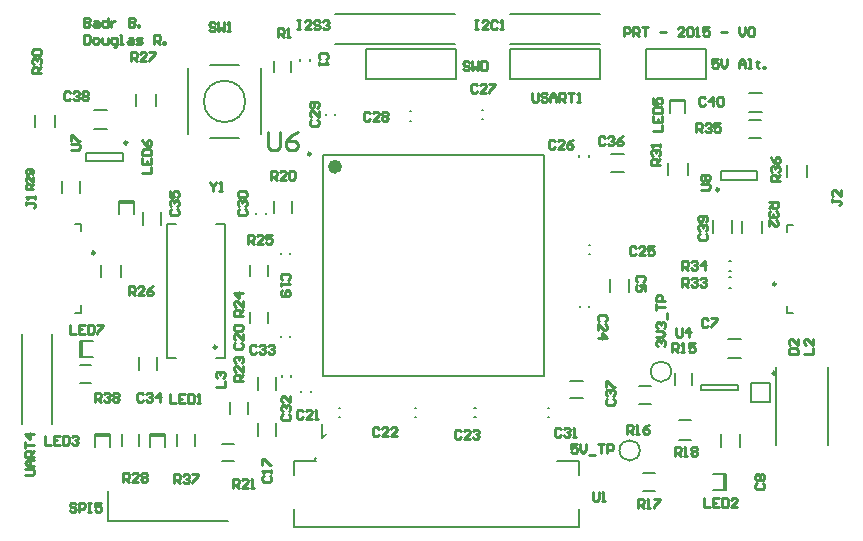
<source format=gto>
G04 Layer_Color=65535*
%FSLAX44Y44*%
%MOMM*%
G71*
G01*
G75*
%ADD35C,0.2540*%
%ADD64C,0.1270*%
%ADD65C,0.2500*%
%ADD66C,0.6000*%
%ADD67C,0.2000*%
%ADD68C,0.1524*%
%ADD69R,0.2040X1.3000*%
%ADD70R,1.3000X0.2040*%
G36*
X756444Y623236D02*
X756464Y623255D01*
X756540Y623332D01*
X756675Y623428D01*
X756848Y623562D01*
X757059Y623735D01*
X757309Y623908D01*
X757597Y624119D01*
X757923Y624311D01*
X757942D01*
X757961Y624330D01*
X758077Y624407D01*
X758249Y624503D01*
X758461Y624618D01*
X758710Y624753D01*
X758979Y624868D01*
X759267Y625003D01*
X759536Y625118D01*
Y623601D01*
X759517D01*
X759478Y623582D01*
X759402Y623543D01*
X759325Y623486D01*
X759210Y623428D01*
X759075Y623370D01*
X758768Y623198D01*
X758422Y622986D01*
X758038Y622737D01*
X757654Y622449D01*
X757289Y622141D01*
X757270Y622122D01*
X757251Y622103D01*
X757136Y621988D01*
X756963Y621815D01*
X756752Y621604D01*
X756521Y621335D01*
X756291Y621047D01*
X756080Y620740D01*
X755907Y620432D01*
X754889D01*
Y633106D01*
X756444D01*
Y623236D01*
D02*
G37*
D35*
X971828Y615868D02*
X966750D01*
Y612059D01*
X969289Y613328D01*
X970559D01*
X971828Y612059D01*
Y609520D01*
X970559Y608250D01*
X968020D01*
X966750Y609520D01*
X974368Y615868D02*
Y610789D01*
X976907Y608250D01*
X979446Y610789D01*
Y615868D01*
X981985Y606980D02*
X987063D01*
X989603Y615868D02*
X994681D01*
X992142D01*
Y608250D01*
X997220D02*
Y615868D01*
X1001029D01*
X1002299Y614598D01*
Y612059D01*
X1001029Y610789D01*
X997220D01*
X1039652Y698750D02*
X1038382Y700020D01*
Y702559D01*
X1039652Y703828D01*
X1040922D01*
X1042191Y702559D01*
Y701289D01*
Y702559D01*
X1043461Y703828D01*
X1044730D01*
X1046000Y702559D01*
Y700020D01*
X1044730Y698750D01*
X1038382Y706367D02*
X1043461D01*
X1046000Y708907D01*
X1043461Y711446D01*
X1038382D01*
X1039652Y713985D02*
X1038382Y715255D01*
Y717794D01*
X1039652Y719063D01*
X1040922D01*
X1042191Y717794D01*
Y716524D01*
Y717794D01*
X1043461Y719063D01*
X1044730D01*
X1046000Y717794D01*
Y715255D01*
X1044730Y713985D01*
X1047270Y721603D02*
Y726681D01*
X1038382Y729220D02*
Y734298D01*
Y731759D01*
X1046000D01*
Y736838D02*
X1038382D01*
Y740646D01*
X1039652Y741916D01*
X1042191D01*
X1043461Y740646D01*
Y736838D01*
X504383Y590250D02*
X510730D01*
X512000Y591520D01*
Y594059D01*
X510730Y595328D01*
X504383D01*
X512000Y597868D02*
X506922D01*
X504383Y600407D01*
X506922Y602946D01*
X512000D01*
X508191D01*
Y597868D01*
X512000Y605485D02*
X504383D01*
Y609294D01*
X505652Y610563D01*
X508191D01*
X509461Y609294D01*
Y605485D01*
Y608024D02*
X512000Y610563D01*
X504383Y613103D02*
Y618181D01*
Y615642D01*
X512000D01*
Y624529D02*
X504383D01*
X508191Y620720D01*
Y625798D01*
X547078Y565098D02*
X545809Y566367D01*
X543270D01*
X542000Y565098D01*
Y563828D01*
X543270Y562559D01*
X545809D01*
X547078Y561289D01*
Y560020D01*
X545809Y558750D01*
X543270D01*
X542000Y560020D01*
X549618Y558750D02*
Y566367D01*
X553426D01*
X554696Y565098D01*
Y562559D01*
X553426Y561289D01*
X549618D01*
X557235Y566367D02*
X559774D01*
X558505D01*
Y558750D01*
X557235D01*
X559774D01*
X568661Y566367D02*
X563583D01*
Y562559D01*
X566122Y563828D01*
X567392D01*
X568661Y562559D01*
Y560020D01*
X567392Y558750D01*
X564853D01*
X563583Y560020D01*
X734500Y974867D02*
X737039D01*
X735770D01*
Y967250D01*
X734500D01*
X737039D01*
X745926D02*
X740848D01*
X745926Y972328D01*
Y973598D01*
X744657Y974867D01*
X742117D01*
X740848Y973598D01*
X753544D02*
X752274Y974867D01*
X749735D01*
X748465Y973598D01*
Y972328D01*
X749735Y971059D01*
X752274D01*
X753544Y969789D01*
Y968520D01*
X752274Y967250D01*
X749735D01*
X748465Y968520D01*
X756083Y973598D02*
X757353Y974867D01*
X759892D01*
X761161Y973598D01*
Y972328D01*
X759892Y971059D01*
X758622D01*
X759892D01*
X761161Y969789D01*
Y968520D01*
X759892Y967250D01*
X757353D01*
X756083Y968520D01*
X885000Y974867D02*
X887539D01*
X886270D01*
Y967250D01*
X885000D01*
X887539D01*
X896426D02*
X891348D01*
X896426Y972328D01*
Y973598D01*
X895157Y974867D01*
X892617D01*
X891348Y973598D01*
X904044D02*
X902774Y974867D01*
X900235D01*
X898966Y973598D01*
Y968520D01*
X900235Y967250D01*
X902774D01*
X904044Y968520D01*
X906583Y967250D02*
X909122D01*
X907853D01*
Y974867D01*
X906583Y973598D01*
X759098Y941922D02*
X760368Y943191D01*
Y945730D01*
X759098Y947000D01*
X754020D01*
X752750Y945730D01*
Y943191D01*
X754020Y941922D01*
X752750Y939382D02*
Y936843D01*
Y938113D01*
X760368D01*
X759098Y939382D01*
X1027348Y753672D02*
X1028617Y754941D01*
Y757480D01*
X1027348Y758750D01*
X1022270D01*
X1021000Y757480D01*
Y754941D01*
X1022270Y753672D01*
X1028617Y746054D02*
Y751133D01*
X1024809D01*
X1026078Y748593D01*
Y747324D01*
X1024809Y746054D01*
X1022270D01*
X1021000Y747324D01*
Y749863D01*
X1022270Y751133D01*
X1082078Y721348D02*
X1080809Y722617D01*
X1078270D01*
X1077000Y721348D01*
Y716270D01*
X1078270Y715000D01*
X1080809D01*
X1082078Y716270D01*
X1084617Y722617D02*
X1089696D01*
Y721348D01*
X1084617Y716270D01*
Y715000D01*
X1123652Y583078D02*
X1122383Y581809D01*
Y579270D01*
X1123652Y578000D01*
X1128730D01*
X1130000Y579270D01*
Y581809D01*
X1128730Y583078D01*
X1123652Y585617D02*
X1122383Y586887D01*
Y589426D01*
X1123652Y590696D01*
X1124922D01*
X1126191Y589426D01*
X1127461Y590696D01*
X1128730D01*
X1130000Y589426D01*
Y586887D01*
X1128730Y585617D01*
X1127461D01*
X1126191Y586887D01*
X1124922Y585617D01*
X1123652D01*
X1126191Y586887D02*
Y589426D01*
X706402Y589328D02*
X705132Y588059D01*
Y585520D01*
X706402Y584250D01*
X711480D01*
X712750Y585520D01*
Y588059D01*
X711480Y589328D01*
X712750Y591867D02*
Y594407D01*
Y593137D01*
X705132D01*
X706402Y591867D01*
X705132Y598215D02*
Y603294D01*
X706402D01*
X711480Y598215D01*
X712750D01*
X727098Y755422D02*
X728367Y756691D01*
Y759230D01*
X727098Y760500D01*
X722020D01*
X720750Y759230D01*
Y756691D01*
X722020Y755422D01*
X720750Y752883D02*
Y750343D01*
Y751613D01*
X728367D01*
X727098Y752883D01*
X722020Y746535D02*
X720750Y745265D01*
Y742726D01*
X722020Y741456D01*
X727098D01*
X728367Y742726D01*
Y745265D01*
X727098Y746535D01*
X725828D01*
X724559Y745265D01*
Y741456D01*
X682152Y702078D02*
X680882Y700809D01*
Y698270D01*
X682152Y697000D01*
X687230D01*
X688500Y698270D01*
Y700809D01*
X687230Y702078D01*
X688500Y709696D02*
Y704617D01*
X683422Y709696D01*
X682152D01*
X680882Y708426D01*
Y705887D01*
X682152Y704617D01*
Y712235D02*
X680882Y713505D01*
Y716044D01*
X682152Y717313D01*
X687230D01*
X688500Y716044D01*
Y713505D01*
X687230Y712235D01*
X682152D01*
X739328Y643848D02*
X738059Y645117D01*
X735520D01*
X734250Y643848D01*
Y638770D01*
X735520Y637500D01*
X738059D01*
X739328Y638770D01*
X746946Y637500D02*
X741868D01*
X746946Y642578D01*
Y643848D01*
X745676Y645117D01*
X743137D01*
X741868Y643848D01*
X749485Y637500D02*
X752024D01*
X750755D01*
Y645117D01*
X749485Y643848D01*
X803578Y629098D02*
X802309Y630368D01*
X799770D01*
X798500Y629098D01*
Y624020D01*
X799770Y622750D01*
X802309D01*
X803578Y624020D01*
X811196Y622750D02*
X806117D01*
X811196Y627828D01*
Y629098D01*
X809926Y630368D01*
X807387D01*
X806117Y629098D01*
X818813Y622750D02*
X813735D01*
X818813Y627828D01*
Y629098D01*
X817544Y630368D01*
X815005D01*
X813735Y629098D01*
X873078Y627098D02*
X871809Y628368D01*
X869270D01*
X868000Y627098D01*
Y622020D01*
X869270Y620750D01*
X871809D01*
X873078Y622020D01*
X880696Y620750D02*
X875618D01*
X880696Y625828D01*
Y627098D01*
X879426Y628368D01*
X876887D01*
X875618Y627098D01*
X883235D02*
X884505Y628368D01*
X887044D01*
X888313Y627098D01*
Y625828D01*
X887044Y624559D01*
X885774D01*
X887044D01*
X888313Y623289D01*
Y622020D01*
X887044Y620750D01*
X884505D01*
X883235Y622020D01*
X995348Y720172D02*
X996618Y721441D01*
Y723980D01*
X995348Y725250D01*
X990270D01*
X989000Y723980D01*
Y721441D01*
X990270Y720172D01*
X989000Y712554D02*
Y717632D01*
X994078Y712554D01*
X995348D01*
X996618Y713824D01*
Y716363D01*
X995348Y717632D01*
X989000Y706206D02*
X996618D01*
X992809Y710015D01*
Y704937D01*
X1021078Y782348D02*
X1019809Y783617D01*
X1017270D01*
X1016000Y782348D01*
Y777270D01*
X1017270Y776000D01*
X1019809D01*
X1021078Y777270D01*
X1028696Y776000D02*
X1023617D01*
X1028696Y781078D01*
Y782348D01*
X1027426Y783617D01*
X1024887D01*
X1023617Y782348D01*
X1036313Y783617D02*
X1031235D01*
Y779809D01*
X1033774Y781078D01*
X1035044D01*
X1036313Y779809D01*
Y777270D01*
X1035044Y776000D01*
X1032505D01*
X1031235Y777270D01*
X952578Y872598D02*
X951309Y873867D01*
X948770D01*
X947500Y872598D01*
Y867520D01*
X948770Y866250D01*
X951309D01*
X952578Y867520D01*
X960196Y866250D02*
X955117D01*
X960196Y871328D01*
Y872598D01*
X958926Y873867D01*
X956387D01*
X955117Y872598D01*
X967813Y873867D02*
X965274Y872598D01*
X962735Y870059D01*
Y867520D01*
X964005Y866250D01*
X966544D01*
X967813Y867520D01*
Y868789D01*
X966544Y870059D01*
X962735D01*
X887078Y920098D02*
X885809Y921367D01*
X883270D01*
X882000Y920098D01*
Y915020D01*
X883270Y913750D01*
X885809D01*
X887078Y915020D01*
X894696Y913750D02*
X889617D01*
X894696Y918828D01*
Y920098D01*
X893426Y921367D01*
X890887D01*
X889617Y920098D01*
X897235Y921367D02*
X902313D01*
Y920098D01*
X897235Y915020D01*
Y913750D01*
X796078Y896348D02*
X794809Y897617D01*
X792270D01*
X791000Y896348D01*
Y891270D01*
X792270Y890000D01*
X794809D01*
X796078Y891270D01*
X803696Y890000D02*
X798617D01*
X803696Y895078D01*
Y896348D01*
X802426Y897617D01*
X799887D01*
X798617Y896348D01*
X806235D02*
X807505Y897617D01*
X810044D01*
X811313Y896348D01*
Y895078D01*
X810044Y893809D01*
X811313Y892539D01*
Y891270D01*
X810044Y890000D01*
X807505D01*
X806235Y891270D01*
Y892539D01*
X807505Y893809D01*
X806235Y895078D01*
Y896348D01*
X807505Y893809D02*
X810044D01*
X746402Y890578D02*
X745132Y889309D01*
Y886770D01*
X746402Y885500D01*
X751480D01*
X752750Y886770D01*
Y889309D01*
X751480Y890578D01*
X752750Y898196D02*
Y893118D01*
X747672Y898196D01*
X746402D01*
X745132Y896926D01*
Y894387D01*
X746402Y893118D01*
X751480Y900735D02*
X752750Y902005D01*
Y904544D01*
X751480Y905813D01*
X746402D01*
X745132Y904544D01*
Y902005D01*
X746402Y900735D01*
X747672D01*
X748941Y902005D01*
Y905813D01*
X685652Y814828D02*
X684382Y813559D01*
Y811020D01*
X685652Y809750D01*
X690730D01*
X692000Y811020D01*
Y813559D01*
X690730Y814828D01*
X685652Y817367D02*
X684382Y818637D01*
Y821176D01*
X685652Y822446D01*
X686922D01*
X688191Y821176D01*
Y819907D01*
Y821176D01*
X689461Y822446D01*
X690730D01*
X692000Y821176D01*
Y818637D01*
X690730Y817367D01*
X685652Y824985D02*
X684382Y826255D01*
Y828794D01*
X685652Y830063D01*
X690730D01*
X692000Y828794D01*
Y826255D01*
X690730Y824985D01*
X685652D01*
X957828Y628848D02*
X956559Y630117D01*
X954020D01*
X952750Y628848D01*
Y623770D01*
X954020Y622500D01*
X956559D01*
X957828Y623770D01*
X960368Y628848D02*
X961637Y630117D01*
X964176D01*
X965446Y628848D01*
Y627578D01*
X964176Y626309D01*
X962907D01*
X964176D01*
X965446Y625039D01*
Y623770D01*
X964176Y622500D01*
X961637D01*
X960368Y623770D01*
X967985Y622500D02*
X970524D01*
X969255D01*
Y630117D01*
X967985Y628848D01*
X722402Y641578D02*
X721133Y640309D01*
Y637770D01*
X722402Y636500D01*
X727480D01*
X728750Y637770D01*
Y640309D01*
X727480Y641578D01*
X722402Y644118D02*
X721133Y645387D01*
Y647926D01*
X722402Y649196D01*
X723672D01*
X724941Y647926D01*
Y646657D01*
Y647926D01*
X726211Y649196D01*
X727480D01*
X728750Y647926D01*
Y645387D01*
X727480Y644118D01*
X728750Y656813D02*
Y651735D01*
X723672Y656813D01*
X722402D01*
X721133Y655544D01*
Y653005D01*
X722402Y651735D01*
X699828Y698848D02*
X698559Y700117D01*
X696020D01*
X694750Y698848D01*
Y693770D01*
X696020Y692500D01*
X698559D01*
X699828Y693770D01*
X702367Y698848D02*
X703637Y700117D01*
X706176D01*
X707446Y698848D01*
Y697578D01*
X706176Y696309D01*
X704907D01*
X706176D01*
X707446Y695039D01*
Y693770D01*
X706176Y692500D01*
X703637D01*
X702367Y693770D01*
X709985Y698848D02*
X711255Y700117D01*
X713794D01*
X715063Y698848D01*
Y697578D01*
X713794Y696309D01*
X712524D01*
X713794D01*
X715063Y695039D01*
Y693770D01*
X713794Y692500D01*
X711255D01*
X709985Y693770D01*
X604328Y658098D02*
X603059Y659368D01*
X600520D01*
X599250Y658098D01*
Y653020D01*
X600520Y651750D01*
X603059D01*
X604328Y653020D01*
X606867Y658098D02*
X608137Y659368D01*
X610676D01*
X611946Y658098D01*
Y656828D01*
X610676Y655559D01*
X609407D01*
X610676D01*
X611946Y654289D01*
Y653020D01*
X610676Y651750D01*
X608137D01*
X606867Y653020D01*
X618294Y651750D02*
Y659368D01*
X614485Y655559D01*
X619563D01*
X627902Y814828D02*
X626632Y813559D01*
Y811020D01*
X627902Y809750D01*
X632980D01*
X634250Y811020D01*
Y813559D01*
X632980Y814828D01*
X627902Y817367D02*
X626632Y818637D01*
Y821176D01*
X627902Y822446D01*
X629172D01*
X630441Y821176D01*
Y819907D01*
Y821176D01*
X631711Y822446D01*
X632980D01*
X634250Y821176D01*
Y818637D01*
X632980Y817367D01*
X626632Y830063D02*
Y824985D01*
X630441D01*
X629172Y827524D01*
Y828794D01*
X630441Y830063D01*
X632980D01*
X634250Y828794D01*
Y826255D01*
X632980Y824985D01*
X994828Y875348D02*
X993559Y876618D01*
X991020D01*
X989750Y875348D01*
Y870270D01*
X991020Y869000D01*
X993559D01*
X994828Y870270D01*
X997367Y875348D02*
X998637Y876618D01*
X1001176D01*
X1002446Y875348D01*
Y874078D01*
X1001176Y872809D01*
X999907D01*
X1001176D01*
X1002446Y871539D01*
Y870270D01*
X1001176Y869000D01*
X998637D01*
X997367Y870270D01*
X1010063Y876618D02*
X1007524Y875348D01*
X1004985Y872809D01*
Y870270D01*
X1006255Y869000D01*
X1008794D01*
X1010063Y870270D01*
Y871539D01*
X1008794Y872809D01*
X1004985D01*
X996902Y654578D02*
X995632Y653309D01*
Y650770D01*
X996902Y649500D01*
X1001980D01*
X1003250Y650770D01*
Y653309D01*
X1001980Y654578D01*
X996902Y657117D02*
X995632Y658387D01*
Y660926D01*
X996902Y662196D01*
X998172D01*
X999441Y660926D01*
Y659657D01*
Y660926D01*
X1000711Y662196D01*
X1001980D01*
X1003250Y660926D01*
Y658387D01*
X1001980Y657117D01*
X995632Y664735D02*
Y669813D01*
X996902D01*
X1001980Y664735D01*
X1003250D01*
X542578Y913598D02*
X541309Y914867D01*
X538770D01*
X537500Y913598D01*
Y908520D01*
X538770Y907250D01*
X541309D01*
X542578Y908520D01*
X545118Y913598D02*
X546387Y914867D01*
X548926D01*
X550196Y913598D01*
Y912328D01*
X548926Y911059D01*
X547657D01*
X548926D01*
X550196Y909789D01*
Y908520D01*
X548926Y907250D01*
X546387D01*
X545118Y908520D01*
X552735Y913598D02*
X554005Y914867D01*
X556544D01*
X557813Y913598D01*
Y912328D01*
X556544Y911059D01*
X557813Y909789D01*
Y908520D01*
X556544Y907250D01*
X554005D01*
X552735Y908520D01*
Y909789D01*
X554005Y911059D01*
X552735Y912328D01*
Y913598D01*
X554005Y911059D02*
X556544D01*
X1075152Y794078D02*
X1073882Y792809D01*
Y790270D01*
X1075152Y789000D01*
X1080230D01*
X1081500Y790270D01*
Y792809D01*
X1080230Y794078D01*
X1075152Y796618D02*
X1073882Y797887D01*
Y800426D01*
X1075152Y801696D01*
X1076422D01*
X1077691Y800426D01*
Y799157D01*
Y800426D01*
X1078961Y801696D01*
X1080230D01*
X1081500Y800426D01*
Y797887D01*
X1080230Y796618D01*
Y804235D02*
X1081500Y805505D01*
Y808044D01*
X1080230Y809313D01*
X1075152D01*
X1073882Y808044D01*
Y805505D01*
X1075152Y804235D01*
X1076422D01*
X1077691Y805505D01*
Y809313D01*
X1080078Y908848D02*
X1078809Y910117D01*
X1076270D01*
X1075000Y908848D01*
Y903770D01*
X1076270Y902500D01*
X1078809D01*
X1080078Y903770D01*
X1086426Y902500D02*
Y910117D01*
X1082617Y906309D01*
X1087696D01*
X1090235Y908848D02*
X1091505Y910117D01*
X1094044D01*
X1095313Y908848D01*
Y903770D01*
X1094044Y902500D01*
X1091505D01*
X1090235Y903770D01*
Y908848D01*
X1150882Y692250D02*
X1158500D01*
Y696059D01*
X1157230Y697328D01*
X1152152D01*
X1150882Y696059D01*
Y692250D01*
X1158500Y704946D02*
Y699867D01*
X1153422Y704946D01*
X1152152D01*
X1150882Y703676D01*
Y701137D01*
X1152152Y699867D01*
X505132Y821078D02*
Y818539D01*
Y819809D01*
X511480D01*
X512750Y818539D01*
Y817270D01*
X511480Y816000D01*
X512750Y823617D02*
Y826157D01*
Y824887D01*
X505132D01*
X506402Y823617D01*
X1187132Y823328D02*
Y820789D01*
Y822059D01*
X1193480D01*
X1194750Y820789D01*
Y819520D01*
X1193480Y818250D01*
X1194750Y830946D02*
Y825867D01*
X1189672Y830946D01*
X1188402D01*
X1187132Y829676D01*
Y827137D01*
X1188402Y825867D01*
X1163883Y692500D02*
X1171500D01*
Y697578D01*
Y705196D02*
Y700117D01*
X1166422Y705196D01*
X1165152D01*
X1163883Y703926D01*
Y701387D01*
X1165152Y700117D01*
X665383Y664750D02*
X673000D01*
Y669828D01*
X666652Y672367D02*
X665383Y673637D01*
Y676176D01*
X666652Y677446D01*
X667922D01*
X669191Y676176D01*
Y674907D01*
Y676176D01*
X670461Y677446D01*
X671730D01*
X673000Y676176D01*
Y673637D01*
X671730Y672367D01*
X627000Y658367D02*
Y650750D01*
X632078D01*
X639696Y658367D02*
X634618D01*
Y650750D01*
X639696D01*
X634618Y654559D02*
X637157D01*
X642235Y658367D02*
Y650750D01*
X646044D01*
X647313Y652020D01*
Y657098D01*
X646044Y658367D01*
X642235D01*
X649853Y650750D02*
X652392D01*
X651122D01*
Y658367D01*
X649853Y657098D01*
X1079000Y570368D02*
Y562750D01*
X1084078D01*
X1091696Y570368D02*
X1086618D01*
Y562750D01*
X1091696D01*
X1086618Y566559D02*
X1089157D01*
X1094235Y570368D02*
Y562750D01*
X1098044D01*
X1099313Y564020D01*
Y569098D01*
X1098044Y570368D01*
X1094235D01*
X1106931Y562750D02*
X1101853D01*
X1106931Y567828D01*
Y569098D01*
X1105661Y570368D01*
X1103122D01*
X1101853Y569098D01*
X521000Y623368D02*
Y615750D01*
X526078D01*
X533696Y623368D02*
X528618D01*
Y615750D01*
X533696D01*
X528618Y619559D02*
X531157D01*
X536235Y623368D02*
Y615750D01*
X540044D01*
X541313Y617020D01*
Y622098D01*
X540044Y623368D01*
X536235D01*
X543853Y622098D02*
X545122Y623368D01*
X547661D01*
X548931Y622098D01*
Y620828D01*
X547661Y619559D01*
X546392D01*
X547661D01*
X548931Y618289D01*
Y617020D01*
X547661Y615750D01*
X545122D01*
X543853Y617020D01*
X1036132Y881500D02*
X1043750D01*
Y886578D01*
X1036132Y894196D02*
Y889118D01*
X1043750D01*
Y894196D01*
X1039941Y889118D02*
Y891657D01*
X1036132Y896735D02*
X1043750D01*
Y900544D01*
X1042480Y901813D01*
X1037402D01*
X1036132Y900544D01*
Y896735D01*
Y909431D02*
Y904353D01*
X1039941D01*
X1038672Y906892D01*
Y908161D01*
X1039941Y909431D01*
X1042480D01*
X1043750Y908161D01*
Y905622D01*
X1042480Y904353D01*
X603132Y845250D02*
X610750D01*
Y850328D01*
X603132Y857946D02*
Y852868D01*
X610750D01*
Y857946D01*
X606941Y852868D02*
Y855407D01*
X603132Y860485D02*
X610750D01*
Y864294D01*
X609480Y865563D01*
X604402D01*
X603132Y864294D01*
Y860485D01*
Y873181D02*
X604402Y870642D01*
X606941Y868103D01*
X609480D01*
X610750Y869372D01*
Y871911D01*
X609480Y873181D01*
X608211D01*
X606941Y871911D01*
Y868103D01*
X542000Y717117D02*
Y709500D01*
X547078D01*
X554696Y717117D02*
X549618D01*
Y709500D01*
X554696D01*
X549618Y713309D02*
X552157D01*
X557235Y717117D02*
Y709500D01*
X561044D01*
X562313Y710770D01*
Y715848D01*
X561044Y717117D01*
X557235D01*
X564853D02*
X569931D01*
Y715848D01*
X564853Y710770D01*
Y709500D01*
X880328Y939098D02*
X879059Y940368D01*
X876520D01*
X875250Y939098D01*
Y937828D01*
X876520Y936559D01*
X879059D01*
X880328Y935289D01*
Y934020D01*
X879059Y932750D01*
X876520D01*
X875250Y934020D01*
X882868Y940368D02*
Y932750D01*
X885407Y935289D01*
X887946Y932750D01*
Y940368D01*
X890485D02*
Y932750D01*
X894294D01*
X895563Y934020D01*
Y939098D01*
X894294Y940368D01*
X890485D01*
X1091078Y941868D02*
X1086000D01*
Y938059D01*
X1088539Y939328D01*
X1089809D01*
X1091078Y938059D01*
Y935520D01*
X1089809Y934250D01*
X1087270D01*
X1086000Y935520D01*
X1093617Y941868D02*
Y936789D01*
X1096157Y934250D01*
X1098696Y936789D01*
Y941868D01*
X1108853Y934250D02*
Y939328D01*
X1111392Y941868D01*
X1113931Y939328D01*
Y934250D01*
Y938059D01*
X1108853D01*
X1116470Y934250D02*
X1119009D01*
X1117740D01*
Y941868D01*
X1116470D01*
X1124088Y940598D02*
Y939328D01*
X1122818D01*
X1125357D01*
X1124088D01*
Y935520D01*
X1125357Y934250D01*
X1129166D02*
Y935520D01*
X1130436D01*
Y934250D01*
X1129166D01*
X933750Y913367D02*
Y907020D01*
X935020Y905750D01*
X937559D01*
X938828Y907020D01*
Y913367D01*
X946446Y912098D02*
X945176Y913367D01*
X942637D01*
X941367Y912098D01*
Y910828D01*
X942637Y909559D01*
X945176D01*
X946446Y908289D01*
Y907020D01*
X945176Y905750D01*
X942637D01*
X941367Y907020D01*
X948985Y905750D02*
Y910828D01*
X951524Y913367D01*
X954063Y910828D01*
Y905750D01*
Y909559D01*
X948985D01*
X956603Y905750D02*
Y913367D01*
X960411D01*
X961681Y912098D01*
Y909559D01*
X960411Y908289D01*
X956603D01*
X959142D02*
X961681Y905750D01*
X964220Y913367D02*
X969298D01*
X966759D01*
Y905750D01*
X971838D02*
X974377D01*
X973107D01*
Y913367D01*
X971838Y912098D01*
X718250Y960750D02*
Y968367D01*
X722059D01*
X723328Y967098D01*
Y964559D01*
X722059Y963289D01*
X718250D01*
X720789D02*
X723328Y960750D01*
X725867D02*
X728407D01*
X727137D01*
Y968367D01*
X725867Y967098D01*
X1052000Y693750D02*
Y701367D01*
X1055809D01*
X1057078Y700098D01*
Y697559D01*
X1055809Y696289D01*
X1052000D01*
X1054539D02*
X1057078Y693750D01*
X1059617D02*
X1062157D01*
X1060887D01*
Y701367D01*
X1059617Y700098D01*
X1071044Y701367D02*
X1065965D01*
Y697559D01*
X1068505Y698828D01*
X1069774D01*
X1071044Y697559D01*
Y695020D01*
X1069774Y693750D01*
X1067235D01*
X1065965Y695020D01*
X1013500Y624750D02*
Y632368D01*
X1017309D01*
X1018578Y631098D01*
Y628559D01*
X1017309Y627289D01*
X1013500D01*
X1016039D02*
X1018578Y624750D01*
X1021117D02*
X1023657D01*
X1022387D01*
Y632368D01*
X1021117Y631098D01*
X1032544Y632368D02*
X1030005Y631098D01*
X1027466Y628559D01*
Y626020D01*
X1028735Y624750D01*
X1031274D01*
X1032544Y626020D01*
Y627289D01*
X1031274Y628559D01*
X1027466D01*
X1023000Y562000D02*
Y569618D01*
X1026809D01*
X1028078Y568348D01*
Y565809D01*
X1026809Y564539D01*
X1023000D01*
X1025539D02*
X1028078Y562000D01*
X1030618D02*
X1033157D01*
X1031887D01*
Y569618D01*
X1030618Y568348D01*
X1036965Y569618D02*
X1042044D01*
Y568348D01*
X1036965Y563270D01*
Y562000D01*
X1054250Y606250D02*
Y613867D01*
X1058059D01*
X1059328Y612598D01*
Y610059D01*
X1058059Y608789D01*
X1054250D01*
X1056789D02*
X1059328Y606250D01*
X1061868D02*
X1064407D01*
X1063137D01*
Y613867D01*
X1061868Y612598D01*
X1068215D02*
X1069485Y613867D01*
X1072024D01*
X1073294Y612598D01*
Y611328D01*
X1072024Y610059D01*
X1073294Y608789D01*
Y607520D01*
X1072024Y606250D01*
X1069485D01*
X1068215Y607520D01*
Y608789D01*
X1069485Y610059D01*
X1068215Y611328D01*
Y612598D01*
X1069485Y610059D02*
X1072024D01*
X712250Y840000D02*
Y847617D01*
X716059D01*
X717328Y846348D01*
Y843809D01*
X716059Y842539D01*
X712250D01*
X714789D02*
X717328Y840000D01*
X724946D02*
X719867D01*
X724946Y845078D01*
Y846348D01*
X723676Y847617D01*
X721137D01*
X719867Y846348D01*
X727485D02*
X728755Y847617D01*
X731294D01*
X732563Y846348D01*
Y841270D01*
X731294Y840000D01*
X728755D01*
X727485Y841270D01*
Y846348D01*
X680000Y579250D02*
Y586867D01*
X683809D01*
X685078Y585598D01*
Y583059D01*
X683809Y581789D01*
X680000D01*
X682539D02*
X685078Y579250D01*
X692696D02*
X687617D01*
X692696Y584328D01*
Y585598D01*
X691426Y586867D01*
X688887D01*
X687617Y585598D01*
X695235Y579250D02*
X697774D01*
X696505D01*
Y586867D01*
X695235Y585598D01*
X688750Y669750D02*
X681132D01*
Y673559D01*
X682402Y674828D01*
X684941D01*
X686211Y673559D01*
Y669750D01*
Y672289D02*
X688750Y674828D01*
Y682446D02*
Y677367D01*
X683672Y682446D01*
X682402D01*
X681132Y681176D01*
Y678637D01*
X682402Y677367D01*
Y684985D02*
X681132Y686255D01*
Y688794D01*
X682402Y690063D01*
X683672D01*
X684941Y688794D01*
Y687524D01*
Y688794D01*
X686211Y690063D01*
X687480D01*
X688750Y688794D01*
Y686255D01*
X687480Y684985D01*
X688750Y724750D02*
X681132D01*
Y728559D01*
X682402Y729828D01*
X684941D01*
X686211Y728559D01*
Y724750D01*
Y727289D02*
X688750Y729828D01*
Y737446D02*
Y732367D01*
X683672Y737446D01*
X682402D01*
X681132Y736176D01*
Y733637D01*
X682402Y732367D01*
X688750Y743794D02*
X681132D01*
X684941Y739985D01*
Y745063D01*
X692750Y785750D02*
Y793367D01*
X696559D01*
X697828Y792098D01*
Y789559D01*
X696559Y788289D01*
X692750D01*
X695289D02*
X697828Y785750D01*
X705446D02*
X700368D01*
X705446Y790828D01*
Y792098D01*
X704176Y793367D01*
X701637D01*
X700368Y792098D01*
X713063Y793367D02*
X707985D01*
Y789559D01*
X710524Y790828D01*
X711794D01*
X713063Y789559D01*
Y787020D01*
X711794Y785750D01*
X709255D01*
X707985Y787020D01*
X592000Y742250D02*
Y749867D01*
X595809D01*
X597078Y748598D01*
Y746059D01*
X595809Y744789D01*
X592000D01*
X594539D02*
X597078Y742250D01*
X604696D02*
X599618D01*
X604696Y747328D01*
Y748598D01*
X603426Y749867D01*
X600887D01*
X599618Y748598D01*
X612313Y749867D02*
X609774Y748598D01*
X607235Y746059D01*
Y743520D01*
X608505Y742250D01*
X611044D01*
X612313Y743520D01*
Y744789D01*
X611044Y746059D01*
X607235D01*
X594000Y940250D02*
Y947868D01*
X597809D01*
X599078Y946598D01*
Y944059D01*
X597809Y942789D01*
X594000D01*
X596539D02*
X599078Y940250D01*
X606696D02*
X601618D01*
X606696Y945328D01*
Y946598D01*
X605426Y947868D01*
X602887D01*
X601618Y946598D01*
X609235Y947868D02*
X614313D01*
Y946598D01*
X609235Y941520D01*
Y940250D01*
X587250Y584250D02*
Y591867D01*
X591059D01*
X592328Y590598D01*
Y588059D01*
X591059Y586789D01*
X587250D01*
X589789D02*
X592328Y584250D01*
X599946D02*
X594868D01*
X599946Y589328D01*
Y590598D01*
X598676Y591867D01*
X596137D01*
X594868Y590598D01*
X602485D02*
X603755Y591867D01*
X606294D01*
X607563Y590598D01*
Y589328D01*
X606294Y588059D01*
X607563Y586789D01*
Y585520D01*
X606294Y584250D01*
X603755D01*
X602485Y585520D01*
Y586789D01*
X603755Y588059D01*
X602485Y589328D01*
Y590598D01*
X603755Y588059D02*
X606294D01*
X511250Y831750D02*
X504902D01*
Y834924D01*
X505960Y835982D01*
X508076D01*
X509134Y834924D01*
Y831750D01*
Y833866D02*
X511250Y835982D01*
Y842330D02*
Y838098D01*
X507018Y842330D01*
X505960D01*
X504902Y841272D01*
Y839156D01*
X505960Y838098D01*
X510192Y844446D02*
X511250Y845504D01*
Y847620D01*
X510192Y848678D01*
X505960D01*
X504902Y847620D01*
Y845504D01*
X505960Y844446D01*
X507018D01*
X508076Y845504D01*
Y848678D01*
X517750Y930250D02*
X510132D01*
Y934059D01*
X511402Y935328D01*
X513941D01*
X515211Y934059D01*
Y930250D01*
Y932789D02*
X517750Y935328D01*
X511402Y937868D02*
X510132Y939137D01*
Y941676D01*
X511402Y942946D01*
X512672D01*
X513941Y941676D01*
Y940407D01*
Y941676D01*
X515211Y942946D01*
X516480D01*
X517750Y941676D01*
Y939137D01*
X516480Y937868D01*
X511402Y945485D02*
X510132Y946755D01*
Y949294D01*
X511402Y950563D01*
X516480D01*
X517750Y949294D01*
Y946755D01*
X516480Y945485D01*
X511402D01*
X1041750Y852500D02*
X1034133D01*
Y856309D01*
X1035402Y857578D01*
X1037941D01*
X1039211Y856309D01*
Y852500D01*
Y855039D02*
X1041750Y857578D01*
X1035402Y860117D02*
X1034133Y861387D01*
Y863926D01*
X1035402Y865196D01*
X1036672D01*
X1037941Y863926D01*
Y862657D01*
Y863926D01*
X1039211Y865196D01*
X1040480D01*
X1041750Y863926D01*
Y861387D01*
X1040480Y860117D01*
X1041750Y867735D02*
Y870274D01*
Y869005D01*
X1034133D01*
X1035402Y867735D01*
X1133750Y821000D02*
X1141367D01*
Y817191D01*
X1140098Y815922D01*
X1137559D01*
X1136289Y817191D01*
Y821000D01*
Y818461D02*
X1133750Y815922D01*
X1140098Y813382D02*
X1141367Y812113D01*
Y809574D01*
X1140098Y808304D01*
X1138828D01*
X1137559Y809574D01*
Y810843D01*
Y809574D01*
X1136289Y808304D01*
X1135020D01*
X1133750Y809574D01*
Y812113D01*
X1135020Y813382D01*
X1133750Y800687D02*
Y805765D01*
X1138828Y800687D01*
X1140098D01*
X1141367Y801956D01*
Y804495D01*
X1140098Y805765D01*
X1060500Y749250D02*
Y756868D01*
X1064309D01*
X1065578Y755598D01*
Y753059D01*
X1064309Y751789D01*
X1060500D01*
X1063039D02*
X1065578Y749250D01*
X1068118Y755598D02*
X1069387Y756868D01*
X1071926D01*
X1073196Y755598D01*
Y754328D01*
X1071926Y753059D01*
X1070657D01*
X1071926D01*
X1073196Y751789D01*
Y750520D01*
X1071926Y749250D01*
X1069387D01*
X1068118Y750520D01*
X1075735Y755598D02*
X1077005Y756868D01*
X1079544D01*
X1080813Y755598D01*
Y754328D01*
X1079544Y753059D01*
X1078274D01*
X1079544D01*
X1080813Y751789D01*
Y750520D01*
X1079544Y749250D01*
X1077005D01*
X1075735Y750520D01*
X1060750Y763750D02*
Y771367D01*
X1064559D01*
X1065828Y770098D01*
Y767559D01*
X1064559Y766289D01*
X1060750D01*
X1063289D02*
X1065828Y763750D01*
X1068367Y770098D02*
X1069637Y771367D01*
X1072176D01*
X1073446Y770098D01*
Y768828D01*
X1072176Y767559D01*
X1070907D01*
X1072176D01*
X1073446Y766289D01*
Y765020D01*
X1072176Y763750D01*
X1069637D01*
X1068367Y765020D01*
X1079794Y763750D02*
Y771367D01*
X1075985Y767559D01*
X1081063D01*
X1072250Y880000D02*
Y887617D01*
X1076059D01*
X1077328Y886348D01*
Y883809D01*
X1076059Y882539D01*
X1072250D01*
X1074789D02*
X1077328Y880000D01*
X1079867Y886348D02*
X1081137Y887617D01*
X1083676D01*
X1084946Y886348D01*
Y885078D01*
X1083676Y883809D01*
X1082407D01*
X1083676D01*
X1084946Y882539D01*
Y881270D01*
X1083676Y880000D01*
X1081137D01*
X1079867Y881270D01*
X1092563Y887617D02*
X1087485D01*
Y883809D01*
X1090024Y885078D01*
X1091294D01*
X1092563Y883809D01*
Y881270D01*
X1091294Y880000D01*
X1088755D01*
X1087485Y881270D01*
X1143000Y838500D02*
X1135383D01*
Y842309D01*
X1136652Y843578D01*
X1139191D01*
X1140461Y842309D01*
Y838500D01*
Y841039D02*
X1143000Y843578D01*
X1136652Y846117D02*
X1135383Y847387D01*
Y849926D01*
X1136652Y851196D01*
X1137922D01*
X1139191Y849926D01*
Y848657D01*
Y849926D01*
X1140461Y851196D01*
X1141730D01*
X1143000Y849926D01*
Y847387D01*
X1141730Y846117D01*
X1135383Y858813D02*
X1136652Y856274D01*
X1139191Y853735D01*
X1141730D01*
X1143000Y855005D01*
Y857544D01*
X1141730Y858813D01*
X1140461D01*
X1139191Y857544D01*
Y853735D01*
X630250Y582750D02*
Y590368D01*
X634059D01*
X635328Y589098D01*
Y586559D01*
X634059Y585289D01*
X630250D01*
X632789D02*
X635328Y582750D01*
X637868Y589098D02*
X639137Y590368D01*
X641676D01*
X642946Y589098D01*
Y587828D01*
X641676Y586559D01*
X640407D01*
X641676D01*
X642946Y585289D01*
Y584020D01*
X641676Y582750D01*
X639137D01*
X637868Y584020D01*
X645485Y590368D02*
X650563D01*
Y589098D01*
X645485Y584020D01*
Y582750D01*
X563000Y651750D02*
Y659368D01*
X566809D01*
X568078Y658098D01*
Y655559D01*
X566809Y654289D01*
X563000D01*
X565539D02*
X568078Y651750D01*
X570617Y658098D02*
X571887Y659368D01*
X574426D01*
X575696Y658098D01*
Y656828D01*
X574426Y655559D01*
X573157D01*
X574426D01*
X575696Y654289D01*
Y653020D01*
X574426Y651750D01*
X571887D01*
X570617Y653020D01*
X578235Y658098D02*
X579505Y659368D01*
X582044D01*
X583313Y658098D01*
Y656828D01*
X582044Y655559D01*
X583313Y654289D01*
Y653020D01*
X582044Y651750D01*
X579505D01*
X578235Y653020D01*
Y654289D01*
X579505Y655559D01*
X578235Y656828D01*
Y658098D01*
X579505Y655559D02*
X582044D01*
X665328Y972098D02*
X664059Y973367D01*
X661520D01*
X660250Y972098D01*
Y970828D01*
X661520Y969559D01*
X664059D01*
X665328Y968289D01*
Y967020D01*
X664059Y965750D01*
X661520D01*
X660250Y967020D01*
X667868Y973367D02*
Y965750D01*
X670407Y968289D01*
X672946Y965750D01*
Y973367D01*
X675485Y965750D02*
X678024D01*
X676755D01*
Y973367D01*
X675485Y972098D01*
X984750Y575617D02*
Y569270D01*
X986020Y568000D01*
X988559D01*
X989828Y569270D01*
Y575617D01*
X992367Y568000D02*
X994907D01*
X993637D01*
Y575617D01*
X992367Y574348D01*
X1055250Y714617D02*
Y708270D01*
X1056520Y707000D01*
X1059059D01*
X1060328Y708270D01*
Y714617D01*
X1066676Y707000D02*
Y714617D01*
X1062868Y710809D01*
X1067946D01*
X542632Y865250D02*
X548980D01*
X550250Y866520D01*
Y869059D01*
X548980Y870328D01*
X542632D01*
Y872868D02*
Y877946D01*
X543902D01*
X548980Y872868D01*
X550250D01*
X1076132Y831250D02*
X1082480D01*
X1083750Y832520D01*
Y835059D01*
X1082480Y836328D01*
X1076132D01*
X1077402Y838867D02*
X1076132Y840137D01*
Y842676D01*
X1077402Y843946D01*
X1078672D01*
X1079941Y842676D01*
X1081211Y843946D01*
X1082480D01*
X1083750Y842676D01*
Y840137D01*
X1082480Y838867D01*
X1081211D01*
X1079941Y840137D01*
X1078672Y838867D01*
X1077402D01*
X1079941Y840137D02*
Y842676D01*
X660750Y838118D02*
Y836848D01*
X663289Y834309D01*
X665828Y836848D01*
Y838118D01*
X663289Y834309D02*
Y830500D01*
X668367D02*
X670907D01*
X669637D01*
Y838118D01*
X668367Y836848D01*
X710000Y880235D02*
Y867539D01*
X712539Y865000D01*
X717617D01*
X720157Y867539D01*
Y880235D01*
X735392D02*
X730313Y877696D01*
X725235Y872617D01*
Y867539D01*
X727774Y865000D01*
X732853D01*
X735392Y867539D01*
Y870078D01*
X732853Y872617D01*
X725235D01*
X554000Y977117D02*
Y969500D01*
X557809D01*
X559078Y970770D01*
Y972039D01*
X557809Y973309D01*
X554000D01*
X557809D01*
X559078Y974578D01*
Y975848D01*
X557809Y977117D01*
X554000D01*
X562887Y974578D02*
X565426D01*
X566696Y973309D01*
Y969500D01*
X562887D01*
X561618Y970770D01*
X562887Y972039D01*
X566696D01*
X574313Y977117D02*
Y969500D01*
X570505D01*
X569235Y970770D01*
Y973309D01*
X570505Y974578D01*
X574313D01*
X576853D02*
Y969500D01*
Y972039D01*
X578122Y973309D01*
X579392Y974578D01*
X580661D01*
X592088Y977117D02*
Y969500D01*
X595896D01*
X597166Y970770D01*
Y972039D01*
X595896Y973309D01*
X592088D01*
X595896D01*
X597166Y974578D01*
Y975848D01*
X595896Y977117D01*
X592088D01*
X599705Y969500D02*
Y970770D01*
X600975D01*
Y969500D01*
X599705D01*
X554000Y962868D02*
Y955250D01*
X557809D01*
X559078Y956520D01*
Y961598D01*
X557809Y962868D01*
X554000D01*
X562887Y955250D02*
X565426D01*
X566696Y956520D01*
Y959059D01*
X565426Y960328D01*
X562887D01*
X561618Y959059D01*
Y956520D01*
X562887Y955250D01*
X569235Y960328D02*
Y956520D01*
X570505Y955250D01*
X574313D01*
Y960328D01*
X579392Y952711D02*
X580661D01*
X581931Y953980D01*
Y960328D01*
X578122D01*
X576853Y959059D01*
Y956520D01*
X578122Y955250D01*
X581931D01*
X584470D02*
X587009D01*
X585740D01*
Y962868D01*
X584470D01*
X592088Y960328D02*
X594627D01*
X595896Y959059D01*
Y955250D01*
X592088D01*
X590818Y956520D01*
X592088Y957789D01*
X595896D01*
X598436Y955250D02*
X602244D01*
X603514Y956520D01*
X602244Y957789D01*
X599705D01*
X598436Y959059D01*
X599705Y960328D01*
X603514D01*
X613671Y955250D02*
Y962868D01*
X617480D01*
X618749Y961598D01*
Y959059D01*
X617480Y957789D01*
X613671D01*
X616210D02*
X618749Y955250D01*
X621288D02*
Y956520D01*
X622558D01*
Y955250D01*
X621288D01*
X1011000Y961500D02*
Y969118D01*
X1014809D01*
X1016078Y967848D01*
Y965309D01*
X1014809Y964039D01*
X1011000D01*
X1018617Y961500D02*
Y969118D01*
X1022426D01*
X1023696Y967848D01*
Y965309D01*
X1022426Y964039D01*
X1018617D01*
X1021157D02*
X1023696Y961500D01*
X1026235Y969118D02*
X1031313D01*
X1028774D01*
Y961500D01*
X1041470Y965309D02*
X1046548D01*
X1061784Y961500D02*
X1056705D01*
X1061784Y966578D01*
Y967848D01*
X1060514Y969118D01*
X1057975D01*
X1056705Y967848D01*
X1064323D02*
X1065592Y969118D01*
X1068131D01*
X1069401Y967848D01*
Y962770D01*
X1068131Y961500D01*
X1065592D01*
X1064323Y962770D01*
Y967848D01*
X1071940Y961500D02*
X1074480D01*
X1073210D01*
Y969118D01*
X1071940Y967848D01*
X1083367Y969118D02*
X1078288D01*
Y965309D01*
X1080827Y966578D01*
X1082097D01*
X1083367Y965309D01*
Y962770D01*
X1082097Y961500D01*
X1079558D01*
X1078288Y962770D01*
X1093523Y965309D02*
X1098602D01*
X1108758Y969118D02*
Y964039D01*
X1111298Y961500D01*
X1113837Y964039D01*
Y969118D01*
X1116376Y967848D02*
X1117645Y969118D01*
X1120185D01*
X1121454Y967848D01*
Y962770D01*
X1120185Y961500D01*
X1117645D01*
X1116376Y962770D01*
Y967848D01*
D64*
X1024636Y610750D02*
G03*
X1024636Y610750I-8636J0D01*
G01*
X1051136Y677500D02*
G03*
X1051136Y677500I-8636J0D01*
G01*
X690500Y906250D02*
G03*
X690500Y906250I-17500J0D01*
G01*
X660600Y937250D02*
X685400D01*
X642000Y878350D02*
Y934150D01*
X704000Y878350D02*
Y934150D01*
X660600Y875250D02*
X685400D01*
D65*
X666250Y698250D02*
G03*
X666250Y698250I-1250J0D01*
G01*
X563130Y778000D02*
G03*
X563130Y778000I-1250J0D01*
G01*
X1091500Y831500D02*
G03*
X1091500Y831500I-1250J0D01*
G01*
X590750Y871250D02*
G03*
X590750Y871250I-1250J0D01*
G01*
X1139600Y676100D02*
G03*
X1139600Y676100I-1250J0D01*
G01*
X1139870Y751500D02*
G03*
X1139870Y751500I-1250J0D01*
G01*
X746000Y861750D02*
G03*
X746000Y861750I-1250J0D01*
G01*
D66*
X769500Y851000D02*
G03*
X769500Y851000I-3000J0D01*
G01*
D67*
X914300Y924800D02*
Y950200D01*
X990500D01*
Y924800D02*
Y950200D01*
X914300Y924800D02*
X990500D01*
X1076499Y661499D02*
X1107499D01*
X1076499Y666499D02*
X1107499D01*
X1076499Y661499D02*
Y666499D01*
X1107499Y661499D02*
Y666499D01*
X716500Y622750D02*
Y633750D01*
X701500Y622750D02*
Y633750D01*
X729500Y673250D02*
Y674250D01*
X721500Y673250D02*
Y674250D01*
X716500Y662000D02*
Y673000D01*
X701500Y662000D02*
Y673000D01*
X678000Y641500D02*
Y651500D01*
X693000Y641500D02*
Y651500D01*
X551000Y690250D02*
Y703250D01*
Y690250D02*
X562000D01*
X551000Y703250D02*
X562000D01*
X550250Y668000D02*
X560250D01*
X550250Y683000D02*
X560250D01*
X1000500Y861500D02*
X1011500D01*
X1000500Y846500D02*
X1011500D01*
X965500Y669750D02*
X976500D01*
X965500Y654750D02*
X976500D01*
X619250Y801750D02*
Y812750D01*
X604250Y801750D02*
Y812750D01*
X600750Y678750D02*
Y689750D01*
X615750Y678750D02*
Y689750D01*
X624500Y688750D02*
Y802750D01*
X632000D01*
X666000Y688750D02*
X673500D01*
Y802750D01*
X666000D02*
X673500D01*
X624500Y688750D02*
X632000D01*
X709750Y718250D02*
Y728250D01*
X694750Y718250D02*
Y728250D01*
X551375Y727500D02*
Y733510D01*
X546345Y727500D02*
X551375D01*
X546345Y802500D02*
X551375D01*
Y796490D02*
Y802500D01*
X947000Y647000D02*
X948000D01*
X947000Y639000D02*
X948000D01*
X699750Y810500D02*
Y811500D01*
X707750Y810500D02*
Y811500D01*
X715000Y811500D02*
Y821500D01*
X730000Y811500D02*
Y821500D01*
X758500Y895000D02*
Y896000D01*
X766500Y895000D02*
Y896000D01*
X891000Y899250D02*
X892000D01*
X891000Y891250D02*
X892000D01*
X829750Y897750D02*
X830750D01*
X829750Y889750D02*
X830750D01*
X981500Y859500D02*
Y860500D01*
X973500Y859500D02*
Y860500D01*
X981250Y785000D02*
X982250D01*
X981250Y777000D02*
X982250D01*
X982000Y732000D02*
Y733000D01*
X974000Y732000D02*
Y733000D01*
X884500Y638750D02*
X885500D01*
X884500Y646750D02*
X885500D01*
X834500Y638750D02*
X835500D01*
X834500Y646750D02*
X835500D01*
X769500Y638750D02*
X770500D01*
X769500Y646750D02*
X770500D01*
X728500Y707000D02*
Y708000D01*
X720500Y707000D02*
Y708000D01*
X720500Y777000D02*
Y778000D01*
X728500Y777000D02*
Y778000D01*
X1116750Y913250D02*
X1127750D01*
X1116750Y897250D02*
X1127750D01*
X1117250Y875500D02*
X1127250D01*
X1117250Y890500D02*
X1127250D01*
X1149250Y842250D02*
Y852250D01*
X1166250Y842250D02*
Y852250D01*
X1102500Y794750D02*
Y805750D01*
X1086500Y794750D02*
Y805750D01*
X1050250Y907750D02*
X1063250D01*
X1050250Y896750D02*
Y907750D01*
X1063250Y896750D02*
Y907750D01*
X1048250Y844250D02*
Y854250D01*
X1065250Y844250D02*
Y854250D01*
X1128250Y795000D02*
Y805000D01*
X1111250Y795000D02*
Y805000D01*
X585500Y757500D02*
Y767500D01*
X568500Y757500D02*
Y767500D01*
X1093000Y840000D02*
Y847000D01*
X1124000Y840000D02*
Y847000D01*
X1093000Y840000D02*
X1124000D01*
X1093000Y847000D02*
X1124000D01*
X615000Y902750D02*
Y912750D01*
X598000Y902750D02*
Y912750D01*
X535500Y828750D02*
Y838750D01*
X550500Y828750D02*
Y838750D01*
X583250Y821500D02*
X596250D01*
X583250Y810500D02*
Y821500D01*
X596250Y810500D02*
Y821500D01*
X586750Y855750D02*
Y862750D01*
X555750Y855750D02*
Y862750D01*
X586750D01*
X555750Y855750D02*
X586750D01*
X512500Y884500D02*
Y894500D01*
X529500Y884500D02*
Y894500D01*
X562250Y883000D02*
X573250D01*
X562250Y899000D02*
X573250D01*
X1057750Y619250D02*
X1067750D01*
X1057750Y636250D02*
X1067750D01*
X1069000Y666000D02*
Y676000D01*
X1054000Y666000D02*
Y676000D01*
X1024000Y665000D02*
X1034000D01*
X1024000Y650000D02*
X1034000D01*
X1183999Y615749D02*
Y681749D01*
X1139999Y615749D02*
Y681749D01*
X1118500Y667550D02*
X1135000D01*
X1118500Y651950D02*
Y667550D01*
Y651950D02*
X1135000D01*
Y667550D01*
X1109500Y613750D02*
Y624750D01*
X1093500Y613750D02*
Y624750D01*
X1100500Y757250D02*
X1101500D01*
X1100500Y748250D02*
X1101500D01*
X1100500Y771500D02*
X1101500D01*
X1100500Y762500D02*
X1101500D01*
X746000Y660000D02*
Y661000D01*
X738000Y660000D02*
Y661000D01*
X671000Y601500D02*
X681000D01*
X671000Y616500D02*
X681000D01*
X999500Y744500D02*
Y755500D01*
X1015500Y744500D02*
Y755500D01*
X1097500Y577500D02*
Y590500D01*
X1086500D02*
X1097500D01*
X1086500Y577500D02*
X1097500D01*
X1027500Y576000D02*
X1037500D01*
X1027500Y592000D02*
X1037500D01*
X1099249Y688999D02*
X1110249D01*
X1099249Y704999D02*
X1110249D01*
X1149125Y795990D02*
Y802000D01*
X1154155D01*
X1149125Y727000D02*
X1154155D01*
X1149125D02*
Y733010D01*
X745000Y940750D02*
Y941750D01*
X737000Y940750D02*
Y941750D01*
X729500Y930750D02*
Y940750D01*
X714500Y930750D02*
Y940750D01*
X563250Y624250D02*
X576250D01*
X563250Y613250D02*
Y624250D01*
X576250Y613250D02*
Y624250D01*
X586000Y614250D02*
Y624250D01*
X601000Y614250D02*
Y624250D01*
X610000D02*
X623000D01*
X610000Y613250D02*
Y624250D01*
X623000Y613250D02*
Y624250D01*
X632750Y614250D02*
Y624250D01*
X647750Y614250D02*
Y624250D01*
X756500Y674000D02*
X943500D01*
X756500Y861000D02*
X943500D01*
Y674000D02*
Y861000D01*
X756500Y674000D02*
Y861000D01*
X501300Y633250D02*
Y709450D01*
X526700Y633250D02*
Y709450D01*
X574300Y551300D02*
Y576700D01*
Y551300D02*
X675900D01*
X694750Y758000D02*
Y768000D01*
X709750Y758000D02*
Y768000D01*
X766800Y980200D02*
X868400D01*
X766800Y954800D02*
X868400D01*
X868700Y924800D02*
Y950200D01*
X792500Y924800D02*
X868700D01*
X792500D02*
Y950200D01*
X868700D01*
X914300Y954800D02*
X990500D01*
X914300Y980200D02*
X990500D01*
X1029800Y950200D02*
X1080600D01*
X1029800Y924800D02*
Y950200D01*
Y924800D02*
X1080600D01*
Y950200D01*
D68*
X732104Y545730D02*
Y560970D01*
X972896Y589926D02*
Y601610D01*
X748614D02*
X750138Y604658D01*
X732104Y601610D02*
X750138D01*
X954862D02*
X972896D01*
X732104Y589926D02*
Y601610D01*
Y545730D02*
X972896D01*
Y560970D01*
D69*
X552440Y696600D02*
D03*
X1096060Y584150D02*
D03*
D70*
X1056600Y906310D02*
D03*
X589600Y820060D02*
D03*
X569600Y622810D02*
D03*
X616350D02*
D03*
M02*

</source>
